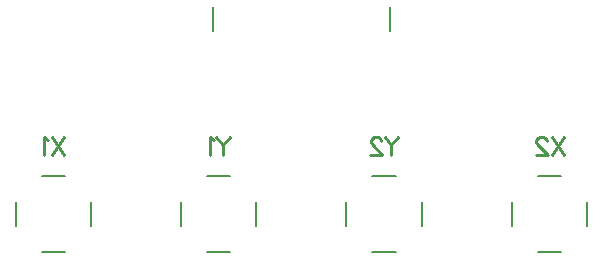
<source format=gbo>
G04*
G04 #@! TF.GenerationSoftware,Altium Limited,Altium Designer,19.0.10 (269)*
G04*
G04 Layer_Color=32896*
%FSLAX25Y25*%
%MOIN*%
G70*
G01*
G75*
%ADD10C,0.00787*%
%ADD11C,0.01000*%
D10*
X88583Y131890D02*
Y139764D01*
X147638Y131890D02*
Y139764D01*
X22835Y66929D02*
Y74803D01*
X31496Y83465D02*
X39370D01*
X48031Y66929D02*
Y74803D01*
X31496Y58268D02*
X39370D01*
X77953Y66929D02*
Y74803D01*
X86614Y83465D02*
X94488D01*
X103150Y66929D02*
Y74803D01*
X86614Y58268D02*
X94488D01*
X133071Y66929D02*
Y74803D01*
X141732Y83465D02*
X149606D01*
X158268Y66929D02*
Y74803D01*
X141732Y58268D02*
X149606D01*
X188189Y66929D02*
Y74803D01*
X196850Y83465D02*
X204724D01*
X213386Y66929D02*
Y74803D01*
X196850Y58268D02*
X204724D01*
D11*
X38976Y96550D02*
X34977Y90551D01*
Y96550D02*
X38976Y90551D01*
X33635Y95407D02*
X33063Y95693D01*
X32206Y96550D01*
Y90551D01*
X94387Y96508D02*
X92102Y93652D01*
Y90509D01*
X89817Y96508D02*
X92102Y93652D01*
X89046Y95366D02*
X88474Y95651D01*
X87617Y96508D01*
Y90509D01*
X150394Y96550D02*
X148108Y93693D01*
Y90551D01*
X145823Y96550D02*
X148108Y93693D01*
X144766Y95122D02*
Y95407D01*
X144481Y95979D01*
X144195Y96264D01*
X143624Y96550D01*
X142481D01*
X141910Y96264D01*
X141624Y95979D01*
X141339Y95407D01*
Y94836D01*
X141624Y94265D01*
X142195Y93408D01*
X145052Y90551D01*
X141053D01*
X205512Y96550D02*
X201513Y90551D01*
Y96550D02*
X205512Y90551D01*
X199884Y95122D02*
Y95407D01*
X199599Y95979D01*
X199313Y96264D01*
X198742Y96550D01*
X197599D01*
X197028Y96264D01*
X196742Y95979D01*
X196457Y95407D01*
Y94836D01*
X196742Y94265D01*
X197314Y93408D01*
X200170Y90551D01*
X196171D01*
M02*

</source>
